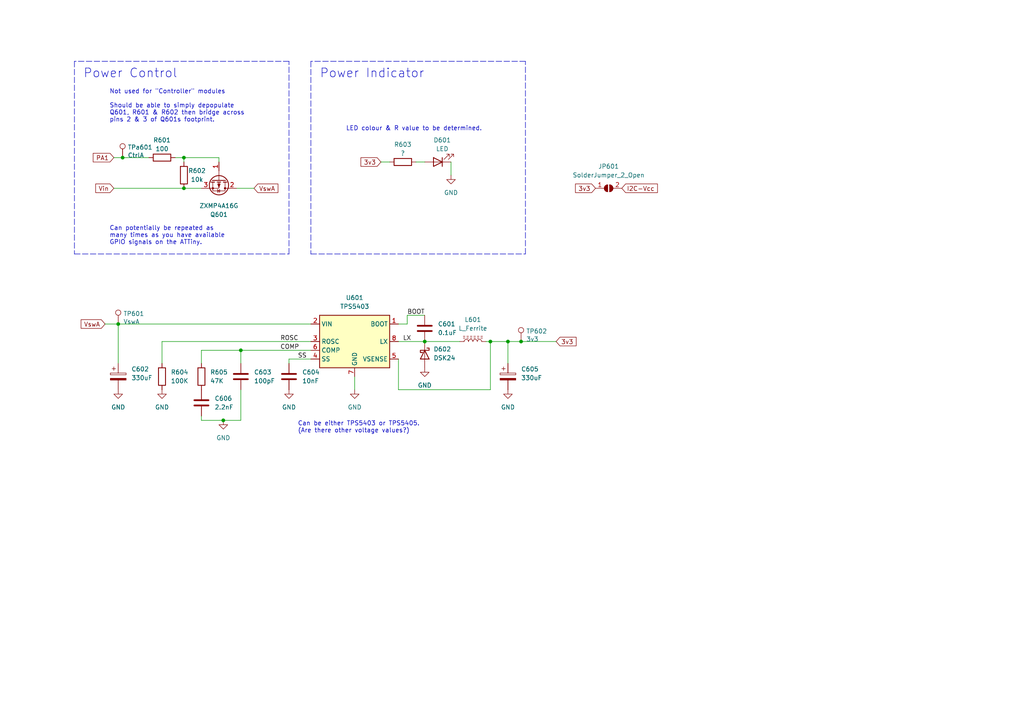
<source format=kicad_sch>
(kicad_sch (version 20211123) (generator eeschema)
  (paper "A4")
  (lib_symbols
    (symbol "Connector:TestPoint" (pin_numbers hide) (pin_names (offset 0.762) hide)
      (property "Reference" "TP" (at 0 6.858 0))
      (property "Value" "TestPoint" (at 0 5.08 0))
      (symbol "TestPoint_0_1"
        (circle (center 0 3.302) (radius 0.762))
      )
      (symbol "TestPoint_1_1"
        (pin passive line (at 0 0 90) (length 2.54) (name "1") (number "1"))
      )
    )
    (symbol "Device:C" (pin_numbers hide) (pin_names (offset 0.254))
      (property "Reference" "C" (at 0.635 2.54 0))
      (property "Value" "C" (at 0.635 -2.54 0))
      (symbol "C_0_1"
        (polyline (pts (xy -2.032 -0.762) (xy 2.032 -0.762)) (stroke (width 0.508)))
        (polyline (pts (xy -2.032 0.762) (xy 2.032 0.762)) (stroke (width 0.508)))
      )
      (symbol "C_1_1"
        (pin passive line (at 0 3.81 270) (length 2.794) (name "~") (number "1"))
        (pin passive line (at 0 -3.81 90) (length 2.794) (name "~") (number "2"))
      )
    )
    (symbol "Device:C_Polarized" (pin_numbers hide) (pin_names (offset 0.254))
      (property "Reference" "C" (at 0.635 2.54 0))
      (property "Value" "C_Polarized" (at 0.635 -2.54 0))
      (symbol "C_Polarized_0_1"
        (rectangle (start -2.286 0.508) (end 2.286 1.016))
        (polyline (pts (xy -1.778 2.286) (xy -0.762 2.286)))
        (polyline (pts (xy -1.27 2.794) (xy -1.27 1.778)))
        (rectangle (start 2.286 -0.508) (end -2.286 -1.016) (fill (type outline)))
      )
      (symbol "C_Polarized_1_1"
        (pin passive line (at 0 3.81 270) (length 2.794) (name "~") (number "1"))
        (pin passive line (at 0 -3.81 90) (length 2.794) (name "~") (number "2"))
      )
    )
    (symbol "Device:D_Schottky" (pin_numbers hide) (pin_names (offset 1.016) hide)
      (property "Reference" "D" (at 0 2.54 0))
      (property "Value" "D_Schottky" (at 0 -2.54 0))
      (symbol "D_Schottky_0_1"
        (polyline (pts (xy 1.27 0) (xy -1.27 0)))
        (polyline (pts (xy 1.27 1.27) (xy 1.27 -1.27) (xy -1.27 0) (xy 1.27 1.27)) (stroke (width 0.254)))
        (polyline (pts (xy -1.905 0.635) (xy -1.905 1.27) (xy -1.27 1.27) (xy -1.27 -1.27) (xy -0.635 -1.27) (xy -0.635 -0.635)) (stroke (width 0.254)))
      )
      (symbol "D_Schottky_1_1"
        (pin passive line (at -3.81 0 0) (length 2.54) (name "K") (number "1"))
        (pin passive line (at 3.81 0 180) (length 2.54) (name "A") (number "2"))
      )
    )
    (symbol "Device:LED" (pin_numbers hide) (pin_names (offset 1.016) hide)
      (property "Reference" "D" (at 0 2.54 0))
      (property "Value" "LED" (at 0 -2.54 0))
      (symbol "LED_0_1"
        (polyline (pts (xy -1.27 -1.27) (xy -1.27 1.27)) (stroke (width 0.254)))
        (polyline (pts (xy -1.27 0) (xy 1.27 0)))
        (polyline (pts (xy 1.27 -1.27) (xy 1.27 1.27) (xy -1.27 0) (xy 1.27 -1.27)) (stroke (width 0.254)))
        (polyline (pts (xy -3.048 -0.762) (xy -4.572 -2.286) (xy -3.81 -2.286) (xy -4.572 -2.286) (xy -4.572 -1.524)))
        (polyline (pts (xy -1.778 -0.762) (xy -3.302 -2.286) (xy -2.54 -2.286) (xy -3.302 -2.286) (xy -3.302 -1.524)))
      )
      (symbol "LED_1_1"
        (pin passive line (at -3.81 0 0) (length 2.54) (name "K") (number "1"))
        (pin passive line (at 3.81 0 180) (length 2.54) (name "A") (number "2"))
      )
    )
    (symbol "Device:L_Ferrite" (pin_numbers hide) (pin_names (offset 1.016) hide)
      (property "Reference" "L" (at -1.27 0 90))
      (property "Value" "L_Ferrite" (at 2.794 0 90))
      (symbol "L_Ferrite_0_1"
        (arc (start 0 -2.54) (mid 0.635 -1.905) (end 0 -1.27))
        (arc (start 0 -1.27) (mid 0.635 -0.635) (end 0 0))
        (polyline (pts (xy 1.016 -2.794) (xy 1.016 -2.286)))
        (polyline (pts (xy 1.016 -1.778) (xy 1.016 -1.27)))
        (polyline (pts (xy 1.016 -0.762) (xy 1.016 -0.254)))
        (polyline (pts (xy 1.016 0.254) (xy 1.016 0.762)))
        (polyline (pts (xy 1.016 1.27) (xy 1.016 1.778)))
        (polyline (pts (xy 1.016 2.286) (xy 1.016 2.794)))
        (polyline (pts (xy 1.524 -2.286) (xy 1.524 -2.794)))
        (polyline (pts (xy 1.524 -1.27) (xy 1.524 -1.778)))
        (polyline (pts (xy 1.524 -0.254) (xy 1.524 -0.762)))
        (polyline (pts (xy 1.524 0.762) (xy 1.524 0.254)))
        (polyline (pts (xy 1.524 1.778) (xy 1.524 1.27)))
        (polyline (pts (xy 1.524 2.794) (xy 1.524 2.286)))
        (arc (start 0 0) (mid 0.635 0.635) (end 0 1.27))
        (arc (start 0 1.27) (mid 0.635 1.905) (end 0 2.54))
      )
      (symbol "L_Ferrite_1_1"
        (pin passive line (at 0 3.81 270) (length 1.27) (name "1") (number "1"))
        (pin passive line (at 0 -3.81 90) (length 1.27) (name "2") (number "2"))
      )
    )
    (symbol "Device:R" (pin_numbers hide) (pin_names (offset 0))
      (property "Reference" "R" (at 2.032 0 90))
      (property "Value" "R" (at 0 0 90))
      (symbol "R_0_1"
        (rectangle (start -1.016 -2.54) (end 1.016 2.54) (stroke (width 0.254)))
      )
      (symbol "R_1_1"
        (pin passive line (at 0 3.81 270) (length 1.27) (name "~") (number "1"))
        (pin passive line (at 0 -3.81 90) (length 1.27) (name "~") (number "2"))
      )
    )
    (symbol "Jumper:SolderJumper_2_Open" (pin_names (offset 0) hide)
      (property "Reference" "JP" (at 0 2.032 0))
      (property "Value" "SolderJumper_2_Open" (at 0 -2.54 0))
      (symbol "SolderJumper_2_Open_0_1"
        (arc (start -0.254 1.016) (mid -1.27 0) (end -0.254 -1.016))
        (arc (start -0.254 1.016) (mid -1.27 0) (end -0.254 -1.016) (fill (type outline)))
        (polyline (pts (xy -0.254 1.016) (xy -0.254 -1.016)))
        (polyline (pts (xy 0.254 1.016) (xy 0.254 -1.016)))
        (arc (start 0.254 -1.016) (mid 1.27 0) (end 0.254 1.016))
        (arc (start 0.254 -1.016) (mid 1.27 0) (end 0.254 1.016) (fill (type outline)))
      )
      (symbol "SolderJumper_2_Open_1_1"
        (pin passive line (at -3.81 0 0) (length 2.54) (name "A") (number "1"))
        (pin passive line (at 3.81 0 180) (length 2.54) (name "B") (number "2"))
      )
    )
    (symbol "Regulator_Switching:TPS5403"
      (property "Reference" "U" (at 0 11.43 0))
      (property "Value" "TPS5403" (at 0 8.89 0))
      (symbol "TPS5403_1_1"
        (rectangle (start -10.16 7.62) (end 10.16 -7.62) (stroke (width 0.254)) (fill (type background)))
        (pin passive line (at 12.7 5.08 180) (length 2.54) (name "BOOT") (number "1"))
        (pin power_in line (at -12.7 5.08 0) (length 2.54) (name "VIN") (number "2"))
        (pin passive line (at -12.7 0 0) (length 2.54) (name "ROSC") (number "3"))
        (pin passive line (at -12.7 -5.08 0) (length 2.54) (name "SS") (number "4"))
        (pin input line (at 12.7 -5.08 180) (length 2.54) (name "VSENSE") (number "5"))
        (pin passive line (at -12.7 -2.54 0) (length 2.54) (name "COMP") (number "6"))
        (pin power_in line (at 0 -10.16 90) (length 2.54) (name "GND") (number "7"))
        (pin output line (at 12.7 0 180) (length 2.54) (name "LX") (number "8"))
      )
    )
    (symbol "Transistor_FET:ZXMP4A16G" (pin_names hide)
      (property "Reference" "Q" (at 5.08 1.905 0))
      (property "Value" "ZXMP4A16G" (at 5.08 0 0))
      (symbol "ZXMP4A16G_0_1"
        (polyline (pts (xy 0.254 0) (xy -2.54 0)))
        (polyline (pts (xy 0.254 1.905) (xy 0.254 -1.905)) (stroke (width 0.254)))
        (polyline (pts (xy 0.762 -1.27) (xy 0.762 -2.286)) (stroke (width 0.254)))
        (polyline (pts (xy 0.762 0.508) (xy 0.762 -0.508)) (stroke (width 0.254)))
        (polyline (pts (xy 0.762 2.286) (xy 0.762 1.27)) (stroke (width 0.254)))
        (polyline (pts (xy 2.54 2.54) (xy 2.54 1.778)))
        (polyline (pts (xy 2.54 -2.54) (xy 2.54 0) (xy 0.762 0)))
        (polyline (pts (xy 0.762 1.778) (xy 3.302 1.778) (xy 3.302 -1.778) (xy 0.762 -1.778)))
        (polyline (pts (xy 2.286 0) (xy 1.27 0.381) (xy 1.27 -0.381) (xy 2.286 0)) (fill (type outline)))
        (polyline (pts (xy 2.794 -0.508) (xy 2.921 -0.381) (xy 3.683 -0.381) (xy 3.81 -0.254)))
        (polyline (pts (xy 3.302 -0.381) (xy 2.921 0.254) (xy 3.683 0.254) (xy 3.302 -0.381)))
        (circle (center 1.651 0) (radius 2.794) (stroke (width 0.254)))
        (circle (center 2.54 -1.778) (radius 0.254) (fill (type outline)))
        (circle (center 2.54 1.778) (radius 0.254) (fill (type outline)))
      )
      (symbol "ZXMP4A16G_1_1"
        (pin input line (at -5.08 0 0) (length 2.54) (name "G") (number "1"))
        (pin passive line (at 2.54 5.08 270) (length 2.54) (name "D") (number "2"))
        (pin passive line (at 2.54 -5.08 90) (length 2.54) (name "S") (number "3"))
      )
    )
    (symbol "power:GND" (power) (pin_names (offset 0))
      (property "Value" "GND" (at 0 -3.81 0))
      (symbol "GND_0_1"
        (polyline (pts (xy 0 0) (xy 0 -1.27) (xy 1.27 -1.27) (xy 0 -2.54) (xy -1.27 -1.27) (xy 0 -1.27)))
      )
      (symbol "GND_1_1"
        (pin power_in line (at 0 0 270) (length 0) hide (name "GND") (number "1"))
      )
    )
  )
  (junction (at 147.32 99.06))
  (junction (at 64.77 121.92))
  (junction (at 69.85 101.6))
  (junction (at 53.34 54.61))
  (junction (at 142.24 99.06))
  (junction (at 53.34 45.72))
  (junction (at 123.19 99.06))
  (junction (at 34.29 93.98))
  (junction (at 35.56 45.72))
  (junction (at 151.13 99.06))
  (polyline (pts (xy 90.17 17.78) (xy 90.17 73.66)))
  (polyline (pts (xy 90.17 73.66) (xy 152.4 73.66)))
  (wire (pts (xy 123.19 99.06) (xy 133.35 99.06)))
  (polyline (pts (xy 21.59 73.66) (xy 83.82 73.66)))
  (wire (pts (xy 90.17 104.14) (xy 83.82 104.14)))
  (wire (pts (xy 118.11 93.98) (xy 118.11 91.44)))
  (wire (pts (xy 53.34 46.99) (xy 53.34 45.72)))
  (wire (pts (xy 151.13 99.06) (xy 161.29 99.06)))
  (polyline (pts (xy 83.82 17.78) (xy 21.59 17.78)))
  (polyline (pts (xy 152.4 17.78) (xy 90.17 17.78)))
  (polyline (pts (xy 152.4 73.66) (xy 152.4 17.78)))
  (wire (pts (xy 90.17 99.06) (xy 46.99 99.06)))
  (wire (pts (xy 142.24 99.06) (xy 147.32 99.06)))
  (wire (pts (xy 53.34 45.72) (xy 63.5 45.72)))
  (wire (pts (xy 130.81 46.99) (xy 130.81 50.8)))
  (wire (pts (xy 69.85 121.92) (xy 64.77 121.92)))
  (wire (pts (xy 147.32 99.06) (xy 147.32 105.41)))
  (wire (pts (xy 53.34 54.61) (xy 58.42 54.61)))
  (wire (pts (xy 115.57 113.03) (xy 142.24 113.03)))
  (wire (pts (xy 142.24 99.06) (xy 140.97 99.06)))
  (wire (pts (xy 34.29 93.98) (xy 90.17 93.98)))
  (wire (pts (xy 102.87 113.03) (xy 102.87 109.22)))
  (wire (pts (xy 69.85 101.6) (xy 69.85 105.41)))
  (wire (pts (xy 46.99 99.06) (xy 46.99 105.41)))
  (wire (pts (xy 147.32 99.06) (xy 151.13 99.06)))
  (wire (pts (xy 34.29 93.98) (xy 34.29 105.41)))
  (wire (pts (xy 110.49 46.99) (xy 113.03 46.99)))
  (wire (pts (xy 58.42 120.65) (xy 58.42 121.92)))
  (wire (pts (xy 58.42 121.92) (xy 64.77 121.92)))
  (wire (pts (xy 142.24 113.03) (xy 142.24 99.06)))
  (wire (pts (xy 115.57 104.14) (xy 115.57 113.03)))
  (wire (pts (xy 118.11 91.44) (xy 123.19 91.44)))
  (wire (pts (xy 120.65 46.99) (xy 123.19 46.99)))
  (wire (pts (xy 63.5 45.72) (xy 63.5 46.99)))
  (wire (pts (xy 90.17 101.6) (xy 69.85 101.6)))
  (polyline (pts (xy 21.59 17.78) (xy 21.59 73.66)))
  (wire (pts (xy 58.42 101.6) (xy 58.42 105.41)))
  (wire (pts (xy 33.02 54.61) (xy 53.34 54.61)))
  (wire (pts (xy 115.57 93.98) (xy 118.11 93.98)))
  (wire (pts (xy 50.8 45.72) (xy 53.34 45.72)))
  (wire (pts (xy 69.85 101.6) (xy 58.42 101.6)))
  (wire (pts (xy 83.82 104.14) (xy 83.82 105.41)))
  (wire (pts (xy 35.56 45.72) (xy 43.18 45.72)))
  (wire (pts (xy 69.85 113.03) (xy 69.85 121.92)))
  (polyline (pts (xy 83.82 73.66) (xy 83.82 17.78)))
  (wire (pts (xy 115.57 99.06) (xy 123.19 99.06)))
  (wire (pts (xy 30.48 93.98) (xy 34.29 93.98)))
  (wire (pts (xy 68.58 54.61) (xy 73.66 54.61)))
  (wire (pts (xy 33.02 45.72) (xy 35.56 45.72)))
  (text "Power Control" (at 24.13 22.86 0) (effects (font (size 2.56 2.56)) (justify left bottom)))
  (text "Not used for \"Controller\" modules\n\nShould be able to simply depopulate\nQ601, R601 & R602 then bridge across\npins 2 & 3 of Q601s footprint." (at 31.75 35.56 0) (effects (font (size 1.27 1.27)) (justify left bottom)))
  (text "LED colour & R value to be determined." (at 100.33 38.1 0) (effects (font (size 1.27 1.27)) (justify left bottom)))
  (text "Power Indicator" (at 92.71 22.86 0) (effects (font (size 2.56 2.56)) (justify left bottom)))
  (text "Can be either TPS5403 or TPS5405.\n(Are there other voltage values?)" (at 86.36 125.73 0) (effects (font (size 1.27 1.27)) (justify left bottom)))
  (text "Can potentially be repeated as\nmany times as you have available\nGPIO signals on the ATTiny." (at 31.75 71.12 0) (effects (font (size 1.27 1.27)) (justify left bottom)))
  (label "LX" (at 116.84 99.06 0))
  (label "SS" (at 86.36 104.14 0))
  (label "ROSC" (at 81.28 99.06 0))
  (label "BOOT" (at 118.11 91.44 0))
  (label "COMP" (at 81.28 101.6 0))
  (global_label "3v3" (shape input) (at 161.29 99.06 0) (property "Intersheet References" "${INTERSHEET_REFS}" (effects hide)))
  (global_label "VswA" (shape input) (at 30.48 93.98 180) (property "Intersheet References" "${INTERSHEET_REFS}" (effects hide)))
  (global_label "VswA" (shape input) (at 73.66 54.61 0) (property "Intersheet References" "${INTERSHEET_REFS}" (effects hide)))
  (global_label "Vin" (shape input) (at 33.02 54.61 180) (property "Intersheet References" "${INTERSHEET_REFS}" (effects hide)))
  (global_label "I2C-Vcc" (shape input) (at 180.34 54.61 0) (property "Intersheet References" "${INTERSHEET_REFS}" (effects hide)))
  (global_label "3v3" (shape input) (at 172.72 54.61 180) (property "Intersheet References" "${INTERSHEET_REFS}" (effects hide)))
  (global_label "PA1" (shape input) (at 33.02 45.72 180) (property "Intersheet References" "${INTERSHEET_REFS}" (effects hide)))
  (global_label "3v3" (shape input) (at 110.49 46.99 180) (property "Intersheet References" "${INTERSHEET_REFS}" (effects hide)))
  (symbol (lib_id "power:GND") (at 34.29 113.03 0) (unit 1)
    (property "Reference" "#PWR0104" (effects hide))
    (property "Value" "GND" (at 34.29 118.11 0))
  )
  (symbol (lib_id "Connector:TestPoint") (at 34.29 93.98 0) (unit 1)
    (property "Reference" "TP601" (at 35.7632 90.9828 0) (effects (justify left)))
    (property "Value" "VswA" (at 35.7632 93.2942 0) (effects (justify left)))
    (property "Footprint" "tinker:TestPoint_THTPad_D1.0mm_Drill0.5mm" (effects hide))
  )
  (symbol (lib_id "Connector:TestPoint") (at 35.56 45.72 0) (unit 1)
    (property "Reference" "TPa601" (at 37.0332 42.7228 0) (effects (justify left)))
    (property "Value" "CtrlA" (at 37.0332 45.0342 0) (effects (justify left)))
    (property "Footprint" "tinker:TestPoint_THTPad_D1.0mm_Drill0.5mm" (effects hide))
  )
  (symbol (lib_id "power:GND") (at 123.19 106.68 0) (unit 1)
    (property "Reference" "#PWR0116" (effects hide))
    (property "Value" "GND" (at 123.19 111.76 0))
  )
  (symbol (lib_id "Device:C_Polarized") (at 147.32 109.22 0) (unit 1)
    (property "Reference" "C605" (at 151.13 107.0609 0) (effects (justify left)))
    (property "Value" "330uF" (at 151.13 109.6009 0) (effects (justify left)))
    (property "Footprint" "Capacitor_SMD:CP_Elec_8x10" (effects hide))
    (property "LCSC" "C178599" (effects hide))
  )
  (symbol (lib_id "power:GND") (at 83.82 113.03 0) (unit 1)
    (property "Reference" "#PWR0114" (effects hide))
    (property "Value" "GND" (at 83.82 118.11 0))
  )
  (symbol (lib_id "Device:LED") (at 127 46.99 180) (unit 1) (on_board no)
    (property "Reference" "D601" (at 128.27 40.64 0))
    (property "Value" "LED" (at 128.27 43.18 0))
    (property "Footprint" "LED_SMD:LED_0603_1608Metric" (effects hide))
  )
  (symbol (lib_id "Device:D_Schottky") (at 123.19 102.87 270) (unit 1)
    (property "Reference" "D602" (at 125.73 101.2824 90) (effects (justify left)))
    (property "Value" "DSK24" (at 125.73 103.8224 90) (effects (justify left)))
    (property "Footprint" "Diode_SMD:D_SOD-123" (effects hide))
    (property "LCSC" "C908229" (effects hide))
  )
  (symbol (lib_id "Device:C") (at 83.82 109.22 0) (unit 1)
    (property "Reference" "C604" (at 87.63 107.9499 0) (effects (justify left)))
    (property "Value" "10nF" (at 87.63 110.4899 0) (effects (justify left)))
    (property "Footprint" "Capacitor_SMD:C_0603_1608Metric" (effects hide))
  )
  (symbol (lib_id "Device:R") (at 116.84 46.99 90) (unit 1) (on_board no)
    (property "Reference" "R603" (at 116.84 41.91 90))
    (property "Value" "?" (at 116.84 44.45 90))
    (property "Footprint" "Resistor_SMD:R_0603_1608Metric" (effects hide))
  )
  (symbol (lib_id "Device:C") (at 69.85 109.22 0) (unit 1)
    (property "Reference" "C603" (at 73.66 107.9499 0) (effects (justify left)))
    (property "Value" "100pF" (at 73.66 110.4899 0) (effects (justify left)))
    (property "Footprint" "Capacitor_SMD:C_0603_1608Metric" (effects hide))
  )
  (symbol (lib_id "power:GND") (at 46.99 113.03 0) (unit 1)
    (property "Reference" "#PWR0112" (effects hide))
    (property "Value" "GND" (at 46.99 118.11 0))
  )
  (symbol (lib_id "power:GND") (at 64.77 121.92 0) (unit 1)
    (property "Reference" "#PWR0113" (effects hide))
    (property "Value" "GND" (at 64.77 127 0))
  )
  (symbol (lib_id "Device:R") (at 46.99 45.72 90) (mirror x) (unit 1)
    (property "Reference" "R601" (at 46.99 40.64 90))
    (property "Value" "100" (at 46.99 43.18 90))
    (property "Footprint" "Resistor_SMD:R_0603_1608Metric" (effects hide))
  )
  (symbol (lib_id "Device:L_Ferrite") (at 137.16 99.06 90) (unit 1)
    (property "Reference" "L601" (at 137.16 92.71 90))
    (property "Value" "L_Ferrite" (at 137.16 95.25 90))
    (property "Footprint" "tinker:IND-SMD_L7.1-W6.6" (effects hide))
    (property "LCSC" "C2983095" (effects hide))
  )
  (symbol (lib_id "Transistor_FET:ZXMP4A16G") (at 63.5 52.07 270) (unit 1)
    (property "Reference" "Q601" (at 63.5 62.23 90))
    (property "Value" "ZXMP4A16G" (at 63.5 59.69 90))
    (property "Footprint" "Package_TO_SOT_SMD:SOT-223-3_TabPin2" (effects hide))
    (property "Datasheet" "https://www.diodes.com/assets/Datasheets/ZXMP4A16G.pdf" (effects hide))
  )
  (symbol (lib_id "Jumper:SolderJumper_2_Open") (at 176.53 54.61 0) (unit 1)
    (property "Reference" "JP601" (at 176.53 48.26 0))
    (property "Value" "SolderJumper_2_Open" (at 176.53 50.8 0))
    (property "Footprint" "Jumper:SolderJumper-2_P1.3mm_Open_RoundedPad1.0x1.5mm" (effects hide))
  )
  (symbol (lib_id "Device:R") (at 46.99 109.22 0) (unit 1)
    (property "Reference" "R604" (at 49.53 107.9499 0) (effects (justify left)))
    (property "Value" "100K" (at 49.53 110.4899 0) (effects (justify left)))
    (property "Footprint" "Resistor_SMD:R_0603_1608Metric" (effects hide))
  )
  (symbol (lib_id "power:GND") (at 130.81 50.8 0) (unit 1)
    (property "Reference" "#PWR0117" (effects hide))
    (property "Value" "GND" (at 130.81 55.88 0))
  )
  (symbol (lib_id "Device:R") (at 58.42 109.22 0) (unit 1)
    (property "Reference" "R605" (at 60.96 107.9499 0) (effects (justify left)))
    (property "Value" "47K" (at 60.96 110.4899 0) (effects (justify left)))
    (property "Footprint" "Resistor_SMD:R_0603_1608Metric" (effects hide))
  )
  (symbol (lib_id "Regulator_Switching:TPS5403") (at 102.87 99.06 0) (unit 1)
    (property "Reference" "U601" (at 102.87 86.36 0))
    (property "Value" "TPS5403" (at 102.87 88.9 0))
    (property "Footprint" "Package_SO:SOIC-8_3.9x4.9mm_P1.27mm" (effects hide))
    (property "Datasheet" "https://www.ti.com/lit/ds/symlink/tps5403.pdf" (effects hide))
  )
  (symbol (lib_id "Device:R") (at 53.34 50.8 0) (mirror x) (unit 1)
    (property "Reference" "R602" (at 57.15 49.53 0))
    (property "Value" "10k" (at 57.15 52.07 0))
    (property "Footprint" "Resistor_SMD:R_0603_1608Metric" (effects hide))
  )
  (symbol (lib_id "power:GND") (at 102.87 113.03 0) (unit 1)
    (property "Reference" "#PWR0118" (effects hide))
    (property "Value" "GND" (at 102.87 118.11 0))
  )
  (symbol (lib_id "Device:C") (at 123.19 95.25 0) (unit 1)
    (property "Reference" "C601" (at 127 93.9799 0) (effects (justify left)))
    (property "Value" "0.1uF" (at 127 96.5199 0) (effects (justify left)))
    (property "Footprint" "Capacitor_SMD:C_0603_1608Metric" (effects hide))
  )
  (symbol (lib_id "Connector:TestPoint") (at 151.13 99.06 0) (unit 1)
    (property "Reference" "TP602" (at 152.6032 96.0628 0) (effects (justify left)))
    (property "Value" "3v3" (at 152.6032 98.3742 0) (effects (justify left)))
    (property "Footprint" "tinker:TestPoint_THTPad_D1.0mm_Drill0.5mm" (effects hide))
  )
  (symbol (lib_id "power:GND") (at 147.32 113.03 0) (unit 1)
    (property "Reference" "#PWR0115" (effects hide))
    (property "Value" "GND" (at 147.32 118.11 0))
  )
  (symbol (lib_id "Device:C") (at 58.42 116.84 0) (unit 1)
    (property "Reference" "C606" (at 62.23 115.5699 0) (effects (justify left)))
    (property "Value" "2.2nF" (at 62.23 118.1099 0) (effects (justify left)))
    (property "Footprint" "Capacitor_SMD:C_0603_1608Metric" (effects hide))
  )
  (symbol (lib_id "Device:C_Polarized") (at 34.29 109.22 0) (unit 1)
    (property "Reference" "C602" (at 38.1 107.0609 0) (effects (justify left)))
    (property "Value" "330uF" (at 38.1 109.6009 0) (effects (justify left)))
    (property "Footprint" "Capacitor_SMD:CP_Elec_8x10" (effects hide))
    (property "LCSC" "C178599" (effects hide))
  )
)
</source>
